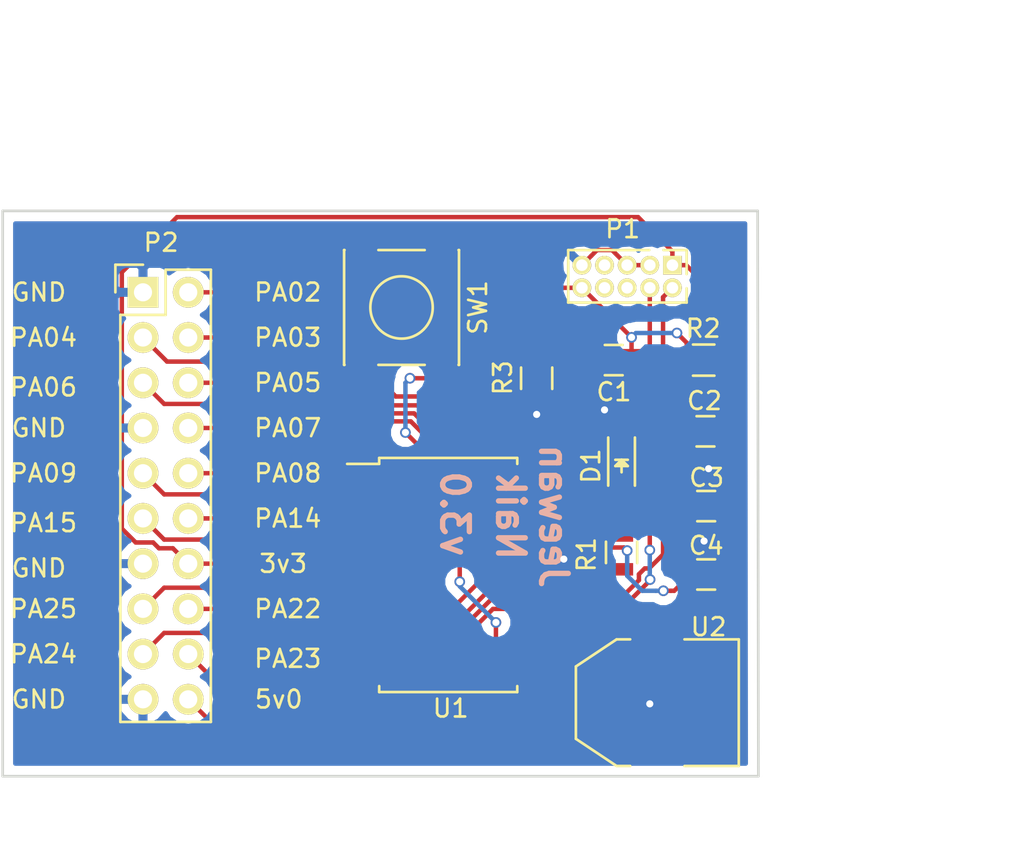
<source format=kicad_pcb>
(kicad_pcb (version 4) (host pcbnew 4.0.1-stable)

  (general
    (links 48)
    (no_connects 0)
    (area 94.327834 78.355615 151.140363 125.909154)
    (thickness 1.6)
    (drawings 28)
    (tracks 214)
    (zones 0)
    (modules 13)
    (nets 24)
  )

  (page A4)
  (layers
    (0 F.Cu signal)
    (31 B.Cu signal)
    (32 B.Adhes user)
    (33 F.Adhes user)
    (34 B.Paste user)
    (35 F.Paste user)
    (36 B.SilkS user)
    (37 F.SilkS user)
    (38 B.Mask user)
    (39 F.Mask user)
    (40 Dwgs.User user)
    (41 Cmts.User user)
    (42 Eco1.User user)
    (43 Eco2.User user)
    (44 Edge.Cuts user)
    (45 Margin user)
    (46 B.CrtYd user)
    (47 F.CrtYd user)
    (48 B.Fab user)
    (49 F.Fab user)
  )

  (setup
    (last_trace_width 0.25)
    (trace_clearance 0.2)
    (zone_clearance 0.508)
    (zone_45_only no)
    (trace_min 0.2)
    (segment_width 0.2)
    (edge_width 0.15)
    (via_size 0.6)
    (via_drill 0.4)
    (via_min_size 0.4)
    (via_min_drill 0.3)
    (uvia_size 0.3)
    (uvia_drill 0.1)
    (uvias_allowed no)
    (uvia_min_size 0.2)
    (uvia_min_drill 0.1)
    (pcb_text_width 0.3)
    (pcb_text_size 1.5 1.5)
    (mod_edge_width 0.15)
    (mod_text_size 1 1)
    (mod_text_width 0.15)
    (pad_size 1.524 1.524)
    (pad_drill 0.762)
    (pad_to_mask_clearance 0.2)
    (aux_axis_origin 0 0)
    (visible_elements FFFFEF7F)
    (pcbplotparams
      (layerselection 0x010f0_80000001)
      (usegerberextensions true)
      (excludeedgelayer true)
      (linewidth 0.100000)
      (plotframeref false)
      (viasonmask false)
      (mode 1)
      (useauxorigin false)
      (hpglpennumber 1)
      (hpglpenspeed 20)
      (hpglpendiameter 15)
      (hpglpenoverlay 2)
      (psnegative false)
      (psa4output false)
      (plotreference true)
      (plotvalue true)
      (plotinvisibletext false)
      (padsonsilk false)
      (subtractmaskfromsilk false)
      (outputformat 1)
      (mirror false)
      (drillshape 0)
      (scaleselection 1)
      (outputdirectory ClaremontHL/))
  )

  (net 0 "")
  (net 1 GND)
  (net 2 /nReset)
  (net 3 /5v0)
  (net 4 /3v3)
  (net 5 "Net-(D1-Pad2)")
  (net 6 /SWDIO)
  (net 7 /SWCLK)
  (net 8 /PA23-SCL)
  (net 9 /PA22-SDA)
  (net 10 /PA16-ULED1)
  (net 11 /PA15-AIN7)
  (net 12 /PA14-AIN6)
  (net 13 /PA09-RX)
  (net 14 /PA08-TX)
  (net 15 /PA07-AIN5)
  (net 16 /PA06-AIN4)
  (net 17 /PA05-AIN3)
  (net 18 /PA04-AIN2)
  (net 19 /PA03-AIN1)
  (net 20 /PA02-AIN0)
  (net 21 "Net-(R3-Pad1)")
  (net 22 /PA25)
  (net 23 /PA24)

  (net_class Default "This is the default net class."
    (clearance 0.2)
    (trace_width 0.25)
    (via_dia 0.6)
    (via_drill 0.4)
    (uvia_dia 0.3)
    (uvia_drill 0.1)
    (add_net /3v3)
    (add_net /5v0)
    (add_net /PA02-AIN0)
    (add_net /PA03-AIN1)
    (add_net /PA04-AIN2)
    (add_net /PA05-AIN3)
    (add_net /PA06-AIN4)
    (add_net /PA07-AIN5)
    (add_net /PA08-TX)
    (add_net /PA09-RX)
    (add_net /PA14-AIN6)
    (add_net /PA15-AIN7)
    (add_net /PA16-ULED1)
    (add_net /PA22-SDA)
    (add_net /PA23-SCL)
    (add_net /PA24)
    (add_net /PA25)
    (add_net /SWCLK)
    (add_net /SWDIO)
    (add_net /nReset)
    (add_net GND)
    (add_net "Net-(D1-Pad2)")
    (add_net "Net-(R3-Pad1)")
  )

  (module Housings_SOIC:SOIC-20_7.5x12.8mm_Pitch1.27mm (layer F.Cu) (tedit 56A8AB71) (tstamp 56A8A724)
    (at 119.410835 110.297487)
    (descr "20-Lead Plastic Small Outline (SO) - Wide, 7.50 mm Body [SOIC] (see Microchip Packaging Specification 00000049BS.pdf)")
    (tags "SOIC 1.27")
    (path /56A89BE3)
    (attr smd)
    (fp_text reference U1 (at 0.138 7.49) (layer F.SilkS)
      (effects (font (size 1 1) (thickness 0.15)))
    )
    (fp_text value uC_ATSAMD11D14A-SS (at 0 7.5) (layer F.Fab)
      (effects (font (size 1 1) (thickness 0.15)))
    )
    (fp_line (start -5.95 -6.75) (end -5.95 6.75) (layer F.CrtYd) (width 0.05))
    (fp_line (start 5.95 -6.75) (end 5.95 6.75) (layer F.CrtYd) (width 0.05))
    (fp_line (start -5.95 -6.75) (end 5.95 -6.75) (layer F.CrtYd) (width 0.05))
    (fp_line (start -5.95 6.75) (end 5.95 6.75) (layer F.CrtYd) (width 0.05))
    (fp_line (start -3.875 -6.575) (end -3.875 -6.24) (layer F.SilkS) (width 0.15))
    (fp_line (start 3.875 -6.575) (end 3.875 -6.24) (layer F.SilkS) (width 0.15))
    (fp_line (start 3.875 6.575) (end 3.875 6.24) (layer F.SilkS) (width 0.15))
    (fp_line (start -3.875 6.575) (end -3.875 6.24) (layer F.SilkS) (width 0.15))
    (fp_line (start -3.875 -6.575) (end 3.875 -6.575) (layer F.SilkS) (width 0.15))
    (fp_line (start -3.875 6.575) (end 3.875 6.575) (layer F.SilkS) (width 0.15))
    (fp_line (start -3.875 -6.24) (end -5.675 -6.24) (layer F.SilkS) (width 0.15))
    (pad 1 smd rect (at -4.7 -5.715) (size 1.95 0.6) (layers F.Cu F.Paste F.Mask)
      (net 17 /PA05-AIN3))
    (pad 2 smd rect (at -4.7 -4.445) (size 1.95 0.6) (layers F.Cu F.Paste F.Mask)
      (net 16 /PA06-AIN4))
    (pad 3 smd rect (at -4.7 -3.175) (size 1.95 0.6) (layers F.Cu F.Paste F.Mask)
      (net 15 /PA07-AIN5))
    (pad 4 smd rect (at -4.7 -1.905) (size 1.95 0.6) (layers F.Cu F.Paste F.Mask)
      (net 14 /PA08-TX))
    (pad 5 smd rect (at -4.7 -0.635) (size 1.95 0.6) (layers F.Cu F.Paste F.Mask)
      (net 13 /PA09-RX))
    (pad 6 smd rect (at -4.7 0.635) (size 1.95 0.6) (layers F.Cu F.Paste F.Mask)
      (net 12 /PA14-AIN6))
    (pad 7 smd rect (at -4.7 1.905) (size 1.95 0.6) (layers F.Cu F.Paste F.Mask)
      (net 11 /PA15-AIN7))
    (pad 8 smd rect (at -4.7 3.175) (size 1.95 0.6) (layers F.Cu F.Paste F.Mask)
      (net 10 /PA16-ULED1))
    (pad 9 smd rect (at -4.7 4.445) (size 1.95 0.6) (layers F.Cu F.Paste F.Mask)
      (net 9 /PA22-SDA))
    (pad 10 smd rect (at -4.7 5.715) (size 1.95 0.6) (layers F.Cu F.Paste F.Mask)
      (net 8 /PA23-SCL))
    (pad 11 smd rect (at 4.7 5.715) (size 1.95 0.6) (layers F.Cu F.Paste F.Mask)
      (net 2 /nReset))
    (pad 12 smd rect (at 4.7 4.445) (size 1.95 0.6) (layers F.Cu F.Paste F.Mask)
      (net 7 /SWCLK))
    (pad 13 smd rect (at 4.7 3.175) (size 1.95 0.6) (layers F.Cu F.Paste F.Mask)
      (net 6 /SWDIO))
    (pad 14 smd rect (at 4.7 1.905) (size 1.95 0.6) (layers F.Cu F.Paste F.Mask)
      (net 23 /PA24))
    (pad 15 smd rect (at 4.7 0.635) (size 1.95 0.6) (layers F.Cu F.Paste F.Mask)
      (net 22 /PA25))
    (pad 16 smd rect (at 4.7 -0.635) (size 1.95 0.6) (layers F.Cu F.Paste F.Mask)
      (net 1 GND))
    (pad 17 smd rect (at 4.7 -1.905) (size 1.95 0.6) (layers F.Cu F.Paste F.Mask)
      (net 4 /3v3))
    (pad 18 smd rect (at 4.7 -3.175) (size 1.95 0.6) (layers F.Cu F.Paste F.Mask)
      (net 18 /PA04-AIN2))
    (pad 19 smd rect (at 4.7 -4.445) (size 1.95 0.6) (layers F.Cu F.Paste F.Mask)
      (net 19 /PA03-AIN1))
    (pad 20 smd rect (at 4.7 -5.715) (size 1.95 0.6) (layers F.Cu F.Paste F.Mask)
      (net 20 /PA02-AIN0))
    (model Housings_SOIC.3dshapes/SOIC-20_7.5x12.8mm_Pitch1.27mm.wrl
      (at (xyz 0 0 0))
      (scale (xyz 1 1 1))
      (rotate (xyz 0 0 0))
    )
  )

  (module Capacitors_SMD:C_0805 (layer F.Cu) (tedit 578864FF) (tstamp 56A8A688)
    (at 128.700835 98.227487 180)
    (descr "Capacitor SMD 0805, reflow soldering, AVX (see smccp.pdf)")
    (tags "capacitor 0805")
    (path /56A89F6B)
    (attr smd)
    (fp_text reference C1 (at -0.01 -1.79 180) (layer F.SilkS)
      (effects (font (size 1 1) (thickness 0.15)))
    )
    (fp_text value .1μF (at 0 2.1 180) (layer F.Fab)
      (effects (font (size 1 1) (thickness 0.15)))
    )
    (fp_line (start -1.8 -1) (end 1.8 -1) (layer F.CrtYd) (width 0.05))
    (fp_line (start -1.8 1) (end 1.8 1) (layer F.CrtYd) (width 0.05))
    (fp_line (start -1.8 -1) (end -1.8 1) (layer F.CrtYd) (width 0.05))
    (fp_line (start 1.8 -1) (end 1.8 1) (layer F.CrtYd) (width 0.05))
    (fp_line (start 0.5 -0.85) (end -0.5 -0.85) (layer F.SilkS) (width 0.15))
    (fp_line (start -0.5 0.85) (end 0.5 0.85) (layer F.SilkS) (width 0.15))
    (pad 1 smd rect (at -1 0 180) (size 1 1.25) (layers F.Cu F.Paste F.Mask)
      (net 2 /nReset))
    (pad 2 smd rect (at 1 0 180) (size 1 1.25) (layers F.Cu F.Paste F.Mask)
      (net 1 GND))
    (model Capacitors_SMD.3dshapes/C_0805.wrl
      (at (xyz 0 0 0))
      (scale (xyz 1 1 1))
      (rotate (xyz 0 0 0))
    )
  )

  (module Capacitors_SMD:C_0805 (layer F.Cu) (tedit 57282869) (tstamp 56A8A68E)
    (at 133.850835 102.227487 180)
    (descr "Capacitor SMD 0805, reflow soldering, AVX (see smccp.pdf)")
    (tags "capacitor 0805")
    (path /56A89DB0)
    (attr smd)
    (fp_text reference C2 (at 0.05724 1.712 180) (layer F.SilkS)
      (effects (font (size 1 1) (thickness 0.15)))
    )
    (fp_text value 0.1µF (at 1.27 1.905 180) (layer F.Fab)
      (effects (font (size 1 1) (thickness 0.15)))
    )
    (fp_line (start -1.8 -1) (end 1.8 -1) (layer F.CrtYd) (width 0.05))
    (fp_line (start -1.8 1) (end 1.8 1) (layer F.CrtYd) (width 0.05))
    (fp_line (start -1.8 -1) (end -1.8 1) (layer F.CrtYd) (width 0.05))
    (fp_line (start 1.8 -1) (end 1.8 1) (layer F.CrtYd) (width 0.05))
    (fp_line (start 0.5 -0.85) (end -0.5 -0.85) (layer F.SilkS) (width 0.15))
    (fp_line (start -0.5 0.85) (end 0.5 0.85) (layer F.SilkS) (width 0.15))
    (pad 1 smd rect (at -1 0 180) (size 1 1.25) (layers F.Cu F.Paste F.Mask)
      (net 1 GND))
    (pad 2 smd rect (at 1 0 180) (size 1 1.25) (layers F.Cu F.Paste F.Mask)
      (net 4 /3v3))
    (model Capacitors_SMD.3dshapes/C_0805.wrl
      (at (xyz 0 0 0))
      (scale (xyz 1 1 1))
      (rotate (xyz 0 0 0))
    )
  )

  (module Capacitors_SMD:C_0805 (layer F.Cu) (tedit 5728286D) (tstamp 56A8A694)
    (at 133.890835 106.427487 180)
    (descr "Capacitor SMD 0805, reflow soldering, AVX (see smccp.pdf)")
    (tags "capacitor 0805")
    (path /56A8BC03)
    (attr smd)
    (fp_text reference C3 (at -0.025 1.594 180) (layer F.SilkS)
      (effects (font (size 1 1) (thickness 0.15)))
    )
    (fp_text value 10µF (at 0 2.1 180) (layer F.Fab)
      (effects (font (size 1 1) (thickness 0.15)))
    )
    (fp_line (start -1.8 -1) (end 1.8 -1) (layer F.CrtYd) (width 0.05))
    (fp_line (start -1.8 1) (end 1.8 1) (layer F.CrtYd) (width 0.05))
    (fp_line (start -1.8 -1) (end -1.8 1) (layer F.CrtYd) (width 0.05))
    (fp_line (start 1.8 -1) (end 1.8 1) (layer F.CrtYd) (width 0.05))
    (fp_line (start 0.5 -0.85) (end -0.5 -0.85) (layer F.SilkS) (width 0.15))
    (fp_line (start -0.5 0.85) (end 0.5 0.85) (layer F.SilkS) (width 0.15))
    (pad 1 smd rect (at -1 0 180) (size 1 1.25) (layers F.Cu F.Paste F.Mask)
      (net 3 /5v0))
    (pad 2 smd rect (at 1 0 180) (size 1 1.25) (layers F.Cu F.Paste F.Mask)
      (net 1 GND))
    (model Capacitors_SMD.3dshapes/C_0805.wrl
      (at (xyz 0 0 0))
      (scale (xyz 1 1 1))
      (rotate (xyz 0 0 0))
    )
  )

  (module Capacitors_SMD:C_0805 (layer F.Cu) (tedit 57282874) (tstamp 56A8A69A)
    (at 133.890835 110.267487)
    (descr "Capacitor SMD 0805, reflow soldering, AVX (see smccp.pdf)")
    (tags "capacitor 0805")
    (path /56A8BC5E)
    (attr smd)
    (fp_text reference C4 (at 0 -1.624) (layer F.SilkS)
      (effects (font (size 1 1) (thickness 0.15)))
    )
    (fp_text value 10µF (at 0 2.1) (layer F.Fab)
      (effects (font (size 1 1) (thickness 0.15)))
    )
    (fp_line (start -1.8 -1) (end 1.8 -1) (layer F.CrtYd) (width 0.05))
    (fp_line (start -1.8 1) (end 1.8 1) (layer F.CrtYd) (width 0.05))
    (fp_line (start -1.8 -1) (end -1.8 1) (layer F.CrtYd) (width 0.05))
    (fp_line (start 1.8 -1) (end 1.8 1) (layer F.CrtYd) (width 0.05))
    (fp_line (start 0.5 -0.85) (end -0.5 -0.85) (layer F.SilkS) (width 0.15))
    (fp_line (start -0.5 0.85) (end 0.5 0.85) (layer F.SilkS) (width 0.15))
    (pad 1 smd rect (at -1 0) (size 1 1.25) (layers F.Cu F.Paste F.Mask)
      (net 4 /3v3))
    (pad 2 smd rect (at 1 0) (size 1 1.25) (layers F.Cu F.Paste F.Mask)
      (net 1 GND))
    (model Capacitors_SMD.3dshapes/C_0805.wrl
      (at (xyz 0 0 0))
      (scale (xyz 1 1 1))
      (rotate (xyz 0 0 0))
    )
  )

  (module LEDs:LED_0805 (layer F.Cu) (tedit 56A8BC4F) (tstamp 56A8A6A6)
    (at 129.140835 104.176507 270)
    (descr "LED 0805 smd package")
    (tags "LED 0805 SMD")
    (path /56A8A446)
    (attr smd)
    (fp_text reference D1 (at 0 1.718 270) (layer F.SilkS)
      (effects (font (size 1 1) (thickness 0.15)))
    )
    (fp_text value ULED1 (at 0 1.75 270) (layer F.Fab)
      (effects (font (size 1 1) (thickness 0.15)))
    )
    (fp_line (start -1.6 0.75) (end 1.1 0.75) (layer F.SilkS) (width 0.15))
    (fp_line (start -1.6 -0.75) (end 1.1 -0.75) (layer F.SilkS) (width 0.15))
    (fp_line (start -0.1 0.15) (end -0.1 -0.1) (layer F.SilkS) (width 0.15))
    (fp_line (start -0.1 -0.1) (end -0.25 0.05) (layer F.SilkS) (width 0.15))
    (fp_line (start -0.35 -0.35) (end -0.35 0.35) (layer F.SilkS) (width 0.15))
    (fp_line (start 0 0) (end 0.35 0) (layer F.SilkS) (width 0.15))
    (fp_line (start -0.35 0) (end 0 -0.35) (layer F.SilkS) (width 0.15))
    (fp_line (start 0 -0.35) (end 0 0.35) (layer F.SilkS) (width 0.15))
    (fp_line (start 0 0.35) (end -0.35 0) (layer F.SilkS) (width 0.15))
    (fp_line (start 1.9 -0.95) (end 1.9 0.95) (layer F.CrtYd) (width 0.05))
    (fp_line (start 1.9 0.95) (end -1.9 0.95) (layer F.CrtYd) (width 0.05))
    (fp_line (start -1.9 0.95) (end -1.9 -0.95) (layer F.CrtYd) (width 0.05))
    (fp_line (start -1.9 -0.95) (end 1.9 -0.95) (layer F.CrtYd) (width 0.05))
    (pad 2 smd rect (at 1.04902 0 90) (size 1.19888 1.19888) (layers F.Cu F.Paste F.Mask)
      (net 5 "Net-(D1-Pad2)"))
    (pad 1 smd rect (at -1.04902 0 90) (size 1.19888 1.19888) (layers F.Cu F.Paste F.Mask)
      (net 1 GND))
    (model LEDs.3dshapes/LED_0805.wrl
      (at (xyz 0 0 0))
      (scale (xyz 1 1 1))
      (rotate (xyz 0 0 0))
    )
  )

  (module Resistors_SMD:R_0805 (layer F.Cu) (tedit 5788644F) (tstamp 56A8A6E4)
    (at 129.140835 109.027487 270)
    (descr "Resistor SMD 0805, reflow soldering, Vishay (see dcrcw.pdf)")
    (tags "resistor 0805")
    (path /56A8A348)
    (attr smd)
    (fp_text reference R1 (at 0.124 1.972 270) (layer F.SilkS)
      (effects (font (size 1 1) (thickness 0.15)))
    )
    (fp_text value 330R (at 0 2.1 270) (layer F.Fab)
      (effects (font (size 1 1) (thickness 0.15)))
    )
    (fp_line (start -1.6 -1) (end 1.6 -1) (layer F.CrtYd) (width 0.05))
    (fp_line (start -1.6 1) (end 1.6 1) (layer F.CrtYd) (width 0.05))
    (fp_line (start -1.6 -1) (end -1.6 1) (layer F.CrtYd) (width 0.05))
    (fp_line (start 1.6 -1) (end 1.6 1) (layer F.CrtYd) (width 0.05))
    (fp_line (start 0.6 0.875) (end -0.6 0.875) (layer F.SilkS) (width 0.15))
    (fp_line (start -0.6 -0.875) (end 0.6 -0.875) (layer F.SilkS) (width 0.15))
    (pad 1 smd rect (at -0.95 0 270) (size 0.7 1.3) (layers F.Cu F.Paste F.Mask)
      (net 5 "Net-(D1-Pad2)"))
    (pad 2 smd rect (at 0.95 0 270) (size 0.7 1.3) (layers F.Cu F.Paste F.Mask)
      (net 10 /PA16-ULED1))
    (model Resistors_SMD.3dshapes/R_0805.wrl
      (at (xyz 0 0 0))
      (scale (xyz 1 1 1))
      (rotate (xyz 0 0 0))
    )
  )

  (module Resistors_SMD:R_0805 (layer F.Cu) (tedit 57886531) (tstamp 56A8A6EA)
    (at 133.750835 98.227487 180)
    (descr "Resistor SMD 0805, reflow soldering, Vishay (see dcrcw.pdf)")
    (tags "resistor 0805")
    (path /56A89CB1)
    (attr smd)
    (fp_text reference R2 (at 0.03 1.776 180) (layer F.SilkS)
      (effects (font (size 1 1) (thickness 0.15)))
    )
    (fp_text value 4.7kR (at 0 2.1 180) (layer F.Fab)
      (effects (font (size 1 1) (thickness 0.15)))
    )
    (fp_line (start -1.6 -1) (end 1.6 -1) (layer F.CrtYd) (width 0.05))
    (fp_line (start -1.6 1) (end 1.6 1) (layer F.CrtYd) (width 0.05))
    (fp_line (start -1.6 -1) (end -1.6 1) (layer F.CrtYd) (width 0.05))
    (fp_line (start 1.6 -1) (end 1.6 1) (layer F.CrtYd) (width 0.05))
    (fp_line (start 0.6 0.875) (end -0.6 0.875) (layer F.SilkS) (width 0.15))
    (fp_line (start -0.6 -0.875) (end 0.6 -0.875) (layer F.SilkS) (width 0.15))
    (pad 1 smd rect (at -0.95 0 180) (size 0.7 1.3) (layers F.Cu F.Paste F.Mask)
      (net 4 /3v3))
    (pad 2 smd rect (at 0.95 0 180) (size 0.7 1.3) (layers F.Cu F.Paste F.Mask)
      (net 2 /nReset))
    (model Resistors_SMD.3dshapes/R_0805.wrl
      (at (xyz 0 0 0))
      (scale (xyz 1 1 1))
      (rotate (xyz 0 0 0))
    )
  )

  (module Resistors_SMD:R_0805 (layer F.Cu) (tedit 5788651F) (tstamp 56A8A6F0)
    (at 124.374835 99.245487 270)
    (descr "Resistor SMD 0805, reflow soldering, Vishay (see dcrcw.pdf)")
    (tags "resistor 0805")
    (path /56A8A143)
    (attr smd)
    (fp_text reference R3 (at -0.02388 1.90056 270) (layer F.SilkS)
      (effects (font (size 1 1) (thickness 0.15)))
    )
    (fp_text value 330R (at 0.45112 2.00056 270) (layer F.Fab)
      (effects (font (size 1 1) (thickness 0.15)))
    )
    (fp_line (start -1.6 -1) (end 1.6 -1) (layer F.CrtYd) (width 0.05))
    (fp_line (start -1.6 1) (end 1.6 1) (layer F.CrtYd) (width 0.05))
    (fp_line (start -1.6 -1) (end -1.6 1) (layer F.CrtYd) (width 0.05))
    (fp_line (start 1.6 -1) (end 1.6 1) (layer F.CrtYd) (width 0.05))
    (fp_line (start 0.6 0.875) (end -0.6 0.875) (layer F.SilkS) (width 0.15))
    (fp_line (start -0.6 -0.875) (end 0.6 -0.875) (layer F.SilkS) (width 0.15))
    (pad 1 smd rect (at -0.95 0 270) (size 0.7 1.3) (layers F.Cu F.Paste F.Mask)
      (net 21 "Net-(R3-Pad1)"))
    (pad 2 smd rect (at 0.95 0 270) (size 0.7 1.3) (layers F.Cu F.Paste F.Mask)
      (net 1 GND))
    (model Resistors_SMD.3dshapes/R_0805.wrl
      (at (xyz 0 0 0))
      (scale (xyz 1 1 1))
      (rotate (xyz 0 0 0))
    )
  )

  (module TO_SOT_Packages_SMD:SOT-223 (layer F.Cu) (tedit 572828A7) (tstamp 56A8A72C)
    (at 131.148835 117.467487 90)
    (descr "module CMS SOT223 4 pins")
    (tags "CMS SOT")
    (path /56A89B80)
    (attr smd)
    (fp_text reference U2 (at 4.252 2.878 360) (layer F.SilkS)
      (effects (font (size 1 1) (thickness 0.15)))
    )
    (fp_text value LDO-TL1963-SOT223 (at 0 0.762 90) (layer F.Fab)
      (effects (font (size 1 1) (thickness 0.15)))
    )
    (fp_line (start -3.556 1.524) (end -3.556 4.572) (layer F.SilkS) (width 0.15))
    (fp_line (start -3.556 4.572) (end 3.556 4.572) (layer F.SilkS) (width 0.15))
    (fp_line (start 3.556 4.572) (end 3.556 1.524) (layer F.SilkS) (width 0.15))
    (fp_line (start -3.556 -1.524) (end -3.556 -2.286) (layer F.SilkS) (width 0.15))
    (fp_line (start -3.556 -2.286) (end -2.032 -4.572) (layer F.SilkS) (width 0.15))
    (fp_line (start -2.032 -4.572) (end 2.032 -4.572) (layer F.SilkS) (width 0.15))
    (fp_line (start 2.032 -4.572) (end 3.556 -2.286) (layer F.SilkS) (width 0.15))
    (fp_line (start 3.556 -2.286) (end 3.556 -1.524) (layer F.SilkS) (width 0.15))
    (pad 4 smd rect (at 0 -3.302 90) (size 3.6576 2.032) (layers F.Cu F.Paste F.Mask)
      (net 1 GND))
    (pad 2 smd rect (at 0 3.302 90) (size 1.016 2.032) (layers F.Cu F.Paste F.Mask)
      (net 1 GND))
    (pad 3 smd rect (at 2.286 3.302 90) (size 1.016 2.032) (layers F.Cu F.Paste F.Mask)
      (net 4 /3v3))
    (pad 1 smd rect (at -2.286 3.302 90) (size 1.016 2.032) (layers F.Cu F.Paste F.Mask)
      (net 3 /5v0))
    (model TO_SOT_Packages_SMD.3dshapes/SOT-223.wrl
      (at (xyz 0 0 0))
      (scale (xyz 0.4 0.4 0.4))
      (rotate (xyz 0 0 0))
    )
  )

  (module Pin_Headers:Pin_Header_Straight_2x05_Pitch1.27mm (layer F.Cu) (tedit 555DD4BF) (tstamp 56AA00E4)
    (at 131.994835 92.895487 270)
    (descr "Through hole pin header, pitch 1.27mm")
    (tags "pin header")
    (path /56A8A199)
    (fp_text reference P1 (at -2.032 2.794 360) (layer F.SilkS)
      (effects (font (size 1 1) (thickness 0.15)))
    )
    (fp_text value JTAG (at 0 6.9 270) (layer F.Fab)
      (effects (font (size 1 1) (thickness 0.15)))
    )
    (fp_line (start 2.1 -0.8) (end 1.3 -0.8) (layer F.SilkS) (width 0.15))
    (fp_line (start 2.1 5.85) (end 2.1 -0.8) (layer F.SilkS) (width 0.15))
    (fp_line (start 2.1 5.85) (end -0.85 5.85) (layer F.SilkS) (width 0.15))
    (fp_line (start -1.1 -1.05) (end -1.1 6.1) (layer F.CrtYd) (width 0.05))
    (fp_line (start 2.35 -1.05) (end 2.35 6.1) (layer F.CrtYd) (width 0.05))
    (fp_line (start -1.1 -1.05) (end 2.35 -1.05) (layer F.CrtYd) (width 0.05))
    (fp_line (start -1.1 6.1) (end 2.35 6.1) (layer F.CrtYd) (width 0.05))
    (fp_line (start -0.85 5.85) (end -0.85 1.3) (layer F.SilkS) (width 0.15))
    (fp_line (start 0.5 -0.8) (end -0.85 -0.8) (layer F.SilkS) (width 0.15))
    (fp_line (start -0.85 -0.8) (end -0.85 0.5) (layer F.SilkS) (width 0.15))
    (pad 1 thru_hole rect (at 0 0 270) (size 1.05 1.05) (drill 0.65) (layers *.Cu *.Mask F.SilkS)
      (net 4 /3v3))
    (pad 3 thru_hole circle (at 0 1.27 270) (size 1.05 1.05) (drill 0.65) (layers *.Cu *.Mask F.SilkS)
      (net 1 GND))
    (pad 5 thru_hole circle (at 0 2.54 270) (size 1.05 1.05) (drill 0.65) (layers *.Cu *.Mask F.SilkS)
      (net 1 GND))
    (pad 7 thru_hole circle (at 0 3.81 270) (size 1.05 1.05) (drill 0.65) (layers *.Cu *.Mask F.SilkS))
    (pad 9 thru_hole circle (at 0 5.08 270) (size 1.05 1.05) (drill 0.65) (layers *.Cu *.Mask F.SilkS)
      (net 1 GND))
    (pad 4 thru_hole circle (at 1.27 1.27 270) (size 1.05 1.05) (drill 0.65) (layers *.Cu *.Mask F.SilkS)
      (net 7 /SWCLK))
    (pad 6 thru_hole circle (at 1.27 2.54 270) (size 1.05 1.05) (drill 0.65) (layers *.Cu *.Mask F.SilkS))
    (pad 8 thru_hole circle (at 1.27 3.81 270) (size 1.05 1.05) (drill 0.65) (layers *.Cu *.Mask F.SilkS))
    (pad 10 thru_hole circle (at 1.27 5.08 270) (size 1.05 1.05) (drill 0.65) (layers *.Cu *.Mask F.SilkS)
      (net 2 /nReset))
    (pad 2 thru_hole circle (at 1.27 0 270) (size 1.05 1.05) (drill 0.65) (layers *.Cu *.Mask F.SilkS)
      (net 6 /SWDIO))
  )

  (module Buttons_Switches_SMD:SW_SPST_PTS645 (layer F.Cu) (tedit 56E05A10) (tstamp 57281C13)
    (at 116.790835 95.270487 270)
    (descr "C&K Components SPST SMD PTS645 Series 6mm Tact Switch")
    (tags "SPST Button Switch")
    (path /56A8A08B)
    (attr smd)
    (fp_text reference SW1 (at 0 -4.282 270) (layer F.SilkS)
      (effects (font (size 1 1) (thickness 0.15)))
    )
    (fp_text value Reset (at 0 4.15 270) (layer F.Fab)
      (effects (font (size 1 1) (thickness 0.15)))
    )
    (fp_circle (center 0 0) (end 1.75 -0.05) (layer F.SilkS) (width 0.15))
    (fp_line (start 5.05 3.4) (end 5.05 -3.4) (layer F.CrtYd) (width 0.05))
    (fp_line (start -5.05 -3.4) (end -5.05 3.4) (layer F.CrtYd) (width 0.05))
    (fp_line (start -5.05 3.4) (end 5.05 3.4) (layer F.CrtYd) (width 0.05))
    (fp_line (start -5.05 -3.4) (end 5.05 -3.4) (layer F.CrtYd) (width 0.05))
    (fp_line (start 3.225 -3.225) (end 3.225 -3.2) (layer F.SilkS) (width 0.15))
    (fp_line (start 3.225 3.225) (end 3.225 3.2) (layer F.SilkS) (width 0.15))
    (fp_line (start -3.225 3.225) (end -3.225 3.2) (layer F.SilkS) (width 0.15))
    (fp_line (start -3.225 -3.2) (end -3.225 -3.225) (layer F.SilkS) (width 0.15))
    (fp_line (start 3.225 -1.3) (end 3.225 1.3) (layer F.SilkS) (width 0.15))
    (fp_line (start -3.225 -3.225) (end 3.225 -3.225) (layer F.SilkS) (width 0.15))
    (fp_line (start -3.225 -1.3) (end -3.225 1.3) (layer F.SilkS) (width 0.15))
    (fp_line (start -3.225 3.225) (end 3.225 3.225) (layer F.SilkS) (width 0.15))
    (pad 2 smd rect (at -3.975 2.25 270) (size 1.55 1.3) (layers F.Cu F.Paste F.Mask)
      (net 21 "Net-(R3-Pad1)"))
    (pad 1 smd rect (at -3.975 -2.25 270) (size 1.55 1.3) (layers F.Cu F.Paste F.Mask)
      (net 2 /nReset))
    (pad 1 smd rect (at 3.975 -2.25 270) (size 1.55 1.3) (layers F.Cu F.Paste F.Mask)
      (net 2 /nReset))
    (pad 2 smd rect (at 3.975 2.25 270) (size 1.55 1.3) (layers F.Cu F.Paste F.Mask)
      (net 21 "Net-(R3-Pad1)"))
  )

  (module Pin_Headers:Pin_Header_Straight_2x10 (layer F.Cu) (tedit 0) (tstamp 5773672C)
    (at 102.276835 94.419487)
    (descr "Through hole pin header")
    (tags "pin header")
    (path /5773A1D1)
    (fp_text reference P2 (at 1.016 -2.794) (layer F.SilkS)
      (effects (font (size 1 1) (thickness 0.15)))
    )
    (fp_text value CONN_02X10 (at 1.524 25.908) (layer F.Fab)
      (effects (font (size 1 1) (thickness 0.15)))
    )
    (fp_line (start -1.75 -1.75) (end -1.75 24.65) (layer F.CrtYd) (width 0.05))
    (fp_line (start 4.3 -1.75) (end 4.3 24.65) (layer F.CrtYd) (width 0.05))
    (fp_line (start -1.75 -1.75) (end 4.3 -1.75) (layer F.CrtYd) (width 0.05))
    (fp_line (start -1.75 24.65) (end 4.3 24.65) (layer F.CrtYd) (width 0.05))
    (fp_line (start 3.81 24.13) (end 3.81 -1.27) (layer F.SilkS) (width 0.15))
    (fp_line (start -1.27 1.27) (end -1.27 24.13) (layer F.SilkS) (width 0.15))
    (fp_line (start 3.81 24.13) (end -1.27 24.13) (layer F.SilkS) (width 0.15))
    (fp_line (start 3.81 -1.27) (end 1.27 -1.27) (layer F.SilkS) (width 0.15))
    (fp_line (start 0 -1.55) (end -1.55 -1.55) (layer F.SilkS) (width 0.15))
    (fp_line (start 1.27 -1.27) (end 1.27 1.27) (layer F.SilkS) (width 0.15))
    (fp_line (start 1.27 1.27) (end -1.27 1.27) (layer F.SilkS) (width 0.15))
    (fp_line (start -1.55 -1.55) (end -1.55 0) (layer F.SilkS) (width 0.15))
    (pad 1 thru_hole rect (at 0 0) (size 1.7272 1.7272) (drill 1.016) (layers *.Cu *.Mask F.SilkS)
      (net 1 GND))
    (pad 2 thru_hole oval (at 2.54 0) (size 1.7272 1.7272) (drill 1.016) (layers *.Cu *.Mask F.SilkS)
      (net 20 /PA02-AIN0))
    (pad 3 thru_hole oval (at 0 2.54) (size 1.7272 1.7272) (drill 1.016) (layers *.Cu *.Mask F.SilkS)
      (net 18 /PA04-AIN2))
    (pad 4 thru_hole oval (at 2.54 2.54) (size 1.7272 1.7272) (drill 1.016) (layers *.Cu *.Mask F.SilkS)
      (net 19 /PA03-AIN1))
    (pad 5 thru_hole oval (at 0 5.08) (size 1.7272 1.7272) (drill 1.016) (layers *.Cu *.Mask F.SilkS)
      (net 16 /PA06-AIN4))
    (pad 6 thru_hole oval (at 2.54 5.08) (size 1.7272 1.7272) (drill 1.016) (layers *.Cu *.Mask F.SilkS)
      (net 17 /PA05-AIN3))
    (pad 7 thru_hole oval (at 0 7.62) (size 1.7272 1.7272) (drill 1.016) (layers *.Cu *.Mask F.SilkS)
      (net 1 GND))
    (pad 8 thru_hole oval (at 2.54 7.62) (size 1.7272 1.7272) (drill 1.016) (layers *.Cu *.Mask F.SilkS)
      (net 15 /PA07-AIN5))
    (pad 9 thru_hole oval (at 0 10.16) (size 1.7272 1.7272) (drill 1.016) (layers *.Cu *.Mask F.SilkS)
      (net 13 /PA09-RX))
    (pad 10 thru_hole oval (at 2.54 10.16) (size 1.7272 1.7272) (drill 1.016) (layers *.Cu *.Mask F.SilkS)
      (net 14 /PA08-TX))
    (pad 11 thru_hole oval (at 0 12.7) (size 1.7272 1.7272) (drill 1.016) (layers *.Cu *.Mask F.SilkS)
      (net 11 /PA15-AIN7))
    (pad 12 thru_hole oval (at 2.54 12.7) (size 1.7272 1.7272) (drill 1.016) (layers *.Cu *.Mask F.SilkS)
      (net 12 /PA14-AIN6))
    (pad 13 thru_hole oval (at 0 15.24) (size 1.7272 1.7272) (drill 1.016) (layers *.Cu *.Mask F.SilkS)
      (net 1 GND))
    (pad 14 thru_hole oval (at 2.54 15.24) (size 1.7272 1.7272) (drill 1.016) (layers *.Cu *.Mask F.SilkS)
      (net 4 /3v3))
    (pad 15 thru_hole oval (at 0 17.78) (size 1.7272 1.7272) (drill 1.016) (layers *.Cu *.Mask F.SilkS)
      (net 22 /PA25))
    (pad 16 thru_hole oval (at 2.54 17.78) (size 1.7272 1.7272) (drill 1.016) (layers *.Cu *.Mask F.SilkS)
      (net 9 /PA22-SDA))
    (pad 17 thru_hole oval (at 0 20.32) (size 1.7272 1.7272) (drill 1.016) (layers *.Cu *.Mask F.SilkS)
      (net 23 /PA24))
    (pad 18 thru_hole oval (at 2.54 20.32) (size 1.7272 1.7272) (drill 1.016) (layers *.Cu *.Mask F.SilkS)
      (net 8 /PA23-SCL))
    (pad 19 thru_hole oval (at 0 22.86) (size 1.7272 1.7272) (drill 1.016) (layers *.Cu *.Mask F.SilkS)
      (net 1 GND))
    (pad 20 thru_hole oval (at 2.54 22.86) (size 1.7272 1.7272) (drill 1.016) (layers *.Cu *.Mask F.SilkS)
      (net 3 /5v0))
    (model Pin_Headers.3dshapes/Pin_Header_Straight_2x10.wrl
      (at (xyz 0.05 -0.45 0))
      (scale (xyz 1 1 1))
      (rotate (xyz 0 0 90))
    )
  )

  (gr_text PA24 (at 96.688835 114.739487 360) (layer F.SilkS) (tstamp 577369BC)
    (effects (font (size 1 1) (thickness 0.15)))
  )
  (gr_text PA25 (at 96.688835 112.199487 360) (layer F.SilkS) (tstamp 577369BB)
    (effects (font (size 1 1) (thickness 0.15)))
  )
  (gr_text GND (at 96.434835 109.913487 360) (layer F.SilkS) (tstamp 577369B3)
    (effects (font (size 1 1) (thickness 0.15)))
  )
  (gr_text GND (at 96.434835 102.039487 360) (layer F.SilkS) (tstamp 5773699F)
    (effects (font (size 1 1) (thickness 0.15)))
  )
  (dimension 42.373001 (width 0.3) (layer Dwgs.User)
    (gr_text "1.6682 in" (at 115.586979 79.855615 0.0135218) (layer Dwgs.User) (tstamp 57736938)
      (effects (font (size 1.5 1.5) (thickness 0.3)))
    )
    (feature1 (pts (xy 94.402835 89.847487) (xy 94.40016 78.510615)))
    (feature2 (pts (xy 136.775835 89.837487) (xy 136.77316 78.500615)))
    (crossbar (pts (xy 136.773797 81.200615) (xy 94.400797 81.210615)))
    (arrow1a (pts (xy 94.400797 81.210615) (xy 95.527162 80.623928)))
    (arrow1b (pts (xy 94.400797 81.210615) (xy 95.527439 81.79677)))
    (arrow2a (pts (xy 136.773797 81.200615) (xy 135.647155 80.61446)))
    (arrow2b (pts (xy 136.773797 81.200615) (xy 135.647432 81.787302)))
  )
  (dimension 31.761182 (width 0.3) (layer Dwgs.User)
    (gr_text "1.2504 in" (at 145.454648 105.64401 270.4942901) (layer Dwgs.User) (tstamp 5773692A)
      (effects (font (size 1.5 1.5) (thickness 0.3)))
    )
    (feature1 (pts (xy 137.074835 121.597487) (xy 146.941598 121.512364)))
    (feature2 (pts (xy 136.800835 89.837487) (xy 146.667598 89.752364)))
    (crossbar (pts (xy 143.967698 89.775657) (xy 144.241698 121.535657)))
    (arrow1a (pts (xy 144.241698 121.535657) (xy 143.645581 120.414254)))
    (arrow1b (pts (xy 144.241698 121.535657) (xy 144.818379 120.404136)))
    (arrow2a (pts (xy 143.967698 89.775657) (xy 143.391017 90.907178)))
    (arrow2b (pts (xy 143.967698 89.775657) (xy 144.563815 90.89706)))
  )
  (gr_text "Jeewan\nNaik" (at 124.120835 106.992487 270) (layer B.SilkS)
    (effects (font (size 1.5 1.5) (thickness 0.3)) (justify mirror))
  )
  (gr_line (start 94.402835 89.847487) (end 136.780835 89.847487) (angle 90) (layer Edge.Cuts) (width 0.15))
  (gr_line (start 94.402835 121.597487) (end 94.402835 89.847487) (angle 90) (layer Edge.Cuts) (width 0.15))
  (gr_line (start 136.820835 121.597487) (end 94.402835 121.597487) (angle 90) (layer Edge.Cuts) (width 0.15))
  (gr_line (start 136.780835 89.847487) (end 136.820835 121.597487) (angle 90) (layer Edge.Cuts) (width 0.15))
  (gr_text v3.0 (at 119.775835 106.862487 270) (layer B.SilkS)
    (effects (font (size 1.5 1.5) (thickness 0.3)) (justify mirror))
  )
  (gr_text 5v0 (at 109.896835 117.279487 360) (layer F.SilkS)
    (effects (font (size 1 1) (thickness 0.15)))
  )
  (gr_text GND (at 96.434835 117.279487 360) (layer F.SilkS)
    (effects (font (size 1 1) (thickness 0.15)))
  )
  (gr_text PA23 (at 110.404835 114.993487 360) (layer F.SilkS)
    (effects (font (size 1 1) (thickness 0.15)))
  )
  (gr_text PA22 (at 110.404835 112.199487 360) (layer F.SilkS)
    (effects (font (size 1 1) (thickness 0.15)))
  )
  (gr_text 3v3 (at 110.150835 109.659487 360) (layer F.SilkS)
    (effects (font (size 1 1) (thickness 0.15)))
  )
  (gr_text PA14 (at 110.404835 107.119487 360) (layer F.SilkS)
    (effects (font (size 1 1) (thickness 0.15)))
  )
  (gr_text PA15 (at 96.688835 107.373487 360) (layer F.SilkS)
    (effects (font (size 1 1) (thickness 0.15)))
  )
  (gr_text PA09 (at 96.688835 104.579487 360) (layer F.SilkS)
    (effects (font (size 1 1) (thickness 0.15)))
  )
  (gr_text PA08 (at 110.404835 104.579487 360) (layer F.SilkS)
    (effects (font (size 1 1) (thickness 0.15)))
  )
  (gr_text PA07 (at 110.404835 102.039487 360) (layer F.SilkS)
    (effects (font (size 1 1) (thickness 0.15)))
  )
  (gr_text PA06 (at 96.688835 99.753487 360) (layer F.SilkS)
    (effects (font (size 1 1) (thickness 0.15)))
  )
  (gr_text PA05 (at 110.404835 99.499487 360) (layer F.SilkS)
    (effects (font (size 1 1) (thickness 0.15)))
  )
  (gr_text PA04 (at 96.688835 96.959487 360) (layer F.SilkS)
    (effects (font (size 1 1) (thickness 0.15)))
  )
  (gr_text PA03 (at 110.404835 96.959487 360) (layer F.SilkS)
    (effects (font (size 1 1) (thickness 0.15)))
  )
  (gr_text PA02 (at 110.404835 94.419487 360) (layer F.SilkS)
    (effects (font (size 1 1) (thickness 0.15)))
  )
  (gr_text GND (at 96.434835 94.419487 360) (layer F.SilkS)
    (effects (font (size 1 1) (thickness 0.15)))
  )

  (segment (start 124.374835 100.195487) (end 124.374835 101.277487) (width 0.25) (layer F.Cu) (net 1))
  (via (at 124.374835 101.277487) (size 0.6) (drill 0.4) (layers F.Cu B.Cu) (net 1))
  (segment (start 124.110835 109.662487) (end 125.641835 109.662487) (width 0.25) (layer F.Cu) (net 1))
  (segment (start 125.641835 109.662487) (end 125.898835 109.405487) (width 0.25) (layer F.Cu) (net 1))
  (via (at 125.898835 109.405487) (size 0.6) (drill 0.4) (layers F.Cu B.Cu) (net 1))
  (segment (start 127.700835 98.227487) (end 127.700835 100.539487) (width 0.25) (layer F.Cu) (net 1))
  (segment (start 127.700835 100.539487) (end 128.184835 101.023487) (width 0.25) (layer F.Cu) (net 1))
  (segment (start 129.140835 103.127487) (end 129.140835 101.979487) (width 0.25) (layer F.Cu) (net 1))
  (segment (start 129.140835 101.979487) (end 128.184835 101.023487) (width 0.25) (layer F.Cu) (net 1))
  (via (at 128.184835 101.023487) (size 0.6) (drill 0.4) (layers F.Cu B.Cu) (net 1))
  (segment (start 129.454835 92.895487) (end 128.604834 92.045486) (width 0.25) (layer F.Cu) (net 1))
  (segment (start 128.604834 92.045486) (end 127.764836 92.045486) (width 0.25) (layer F.Cu) (net 1))
  (segment (start 127.764836 92.045486) (end 127.439834 92.370488) (width 0.25) (layer F.Cu) (net 1))
  (segment (start 127.439834 92.370488) (end 126.914835 92.895487) (width 0.25) (layer F.Cu) (net 1))
  (segment (start 130.724835 92.895487) (end 129.454835 92.895487) (width 0.25) (layer F.Cu) (net 1))
  (segment (start 132.890835 106.427487) (end 132.890835 105.461487) (width 0.25) (layer F.Cu) (net 1))
  (segment (start 132.890835 105.461487) (end 134.026835 104.325487) (width 0.25) (layer F.Cu) (net 1))
  (segment (start 134.850835 102.227487) (end 134.850835 103.501487) (width 0.25) (layer F.Cu) (net 1))
  (segment (start 134.850835 103.501487) (end 134.026835 104.325487) (width 0.25) (layer F.Cu) (net 1))
  (via (at 134.026835 104.325487) (size 0.6) (drill 0.4) (layers F.Cu B.Cu) (net 1))
  (segment (start 132.890835 106.427487) (end 132.890835 107.507487) (width 0.25) (layer F.Cu) (net 1))
  (segment (start 132.890835 107.507487) (end 133.772835 108.389487) (width 0.25) (layer F.Cu) (net 1))
  (segment (start 134.890835 110.267487) (end 134.890835 109.507487) (width 0.25) (layer F.Cu) (net 1))
  (segment (start 134.890835 109.507487) (end 133.772835 108.389487) (width 0.25) (layer F.Cu) (net 1))
  (via (at 133.772835 108.389487) (size 0.6) (drill 0.4) (layers F.Cu B.Cu) (net 1))
  (segment (start 132.890835 106.552487) (end 132.890835 106.427487) (width 0.25) (layer F.Cu) (net 1))
  (segment (start 127.846835 117.467487) (end 130.658835 117.467487) (width 0.25) (layer F.Cu) (net 1))
  (segment (start 130.658835 117.467487) (end 130.724835 117.533487) (width 0.25) (layer F.Cu) (net 1))
  (segment (start 130.724835 117.533487) (end 130.724835 117.787487) (width 0.25) (layer B.Cu) (net 1))
  (segment (start 134.450835 117.467487) (end 130.790835 117.467487) (width 0.25) (layer F.Cu) (net 1))
  (segment (start 130.790835 117.467487) (end 130.724835 117.533487) (width 0.25) (layer F.Cu) (net 1))
  (via (at 130.724835 117.533487) (size 0.6) (drill 0.4) (layers F.Cu B.Cu) (net 1))
  (segment (start 132.248835 96.705487) (end 129.946835 96.705487) (width 0.25) (layer B.Cu) (net 2))
  (segment (start 129.946835 96.705487) (end 129.700835 96.951487) (width 0.25) (layer B.Cu) (net 2))
  (via (at 129.700835 96.951487) (size 0.6) (drill 0.4) (layers F.Cu B.Cu) (net 2))
  (segment (start 132.800835 98.227487) (end 132.800835 97.257487) (width 0.25) (layer F.Cu) (net 2))
  (segment (start 132.800835 97.257487) (end 132.248835 96.705487) (width 0.25) (layer F.Cu) (net 2))
  (via (at 132.248835 96.705487) (size 0.6) (drill 0.4) (layers F.Cu B.Cu) (net 2))
  (segment (start 117.262835 99.245487) (end 119.040835 99.245487) (width 0.25) (layer F.Cu) (net 2))
  (segment (start 117.008835 102.293487) (end 117.008835 99.499487) (width 0.25) (layer B.Cu) (net 2))
  (segment (start 117.008835 99.499487) (end 117.262835 99.245487) (width 0.25) (layer B.Cu) (net 2))
  (via (at 117.262835 99.245487) (size 0.6) (drill 0.4) (layers F.Cu B.Cu) (net 2))
  (via (at 117.008835 102.293487) (size 0.6) (drill 0.4) (layers F.Cu B.Cu) (net 2))
  (segment (start 120.056835 110.675487) (end 120.056835 105.341487) (width 0.25) (layer F.Cu) (net 2))
  (segment (start 120.056835 105.341487) (end 117.008835 102.293487) (width 0.25) (layer F.Cu) (net 2))
  (segment (start 122.088835 112.961487) (end 120.056835 110.929487) (width 0.25) (layer B.Cu) (net 2))
  (segment (start 120.056835 110.929487) (end 120.056835 110.675487) (width 0.25) (layer B.Cu) (net 2))
  (via (at 120.056835 110.675487) (size 0.6) (drill 0.4) (layers F.Cu B.Cu) (net 2))
  (segment (start 124.110835 116.012487) (end 123.435835 116.012487) (width 0.25) (layer F.Cu) (net 2))
  (segment (start 123.435835 116.012487) (end 122.088835 114.665487) (width 0.25) (layer F.Cu) (net 2))
  (via (at 122.088835 112.961487) (size 0.6) (drill 0.4) (layers F.Cu B.Cu) (net 2))
  (segment (start 122.088835 114.665487) (end 122.088835 112.961487) (width 0.25) (layer F.Cu) (net 2))
  (segment (start 120.138835 94.165487) (end 119.040835 95.263487) (width 0.25) (layer F.Cu) (net 2))
  (segment (start 119.040835 95.263487) (end 119.040835 99.245487) (width 0.25) (layer F.Cu) (net 2))
  (segment (start 120.138835 94.165487) (end 119.040835 93.067487) (width 0.25) (layer F.Cu) (net 2))
  (segment (start 119.040835 93.067487) (end 119.040835 91.295487) (width 0.25) (layer F.Cu) (net 2))
  (segment (start 126.914835 94.165487) (end 120.138835 94.165487) (width 0.25) (layer F.Cu) (net 2))
  (segment (start 129.700835 98.227487) (end 129.700835 96.951487) (width 0.25) (layer F.Cu) (net 2))
  (segment (start 129.700835 96.951487) (end 126.914835 94.165487) (width 0.25) (layer F.Cu) (net 2))
  (segment (start 132.800835 98.227487) (end 132.800835 97.927487) (width 0.25) (layer F.Cu) (net 2))
  (segment (start 123.852595 116.248247) (end 124.786315 116.248247) (width 0.25) (layer F.Cu) (net 2))
  (segment (start 123.852595 116.248247) (end 124.745675 116.248247) (width 0.25) (layer F.Cu) (net 2))
  (segment (start 134.450835 119.753487) (end 107.290835 119.753487) (width 0.25) (layer F.Cu) (net 3))
  (segment (start 107.290835 119.753487) (end 104.816835 117.279487) (width 0.25) (layer F.Cu) (net 3))
  (segment (start 134.450835 119.753487) (end 134.958835 119.753487) (width 0.25) (layer F.Cu) (net 3))
  (segment (start 134.958835 119.753487) (end 135.791836 118.920486) (width 0.25) (layer F.Cu) (net 3))
  (segment (start 135.791836 118.920486) (end 135.791836 108.203488) (width 0.25) (layer F.Cu) (net 3))
  (segment (start 135.791836 108.203488) (end 134.890835 107.302487) (width 0.25) (layer F.Cu) (net 3))
  (segment (start 134.890835 107.302487) (end 134.890835 106.427487) (width 0.25) (layer F.Cu) (net 3))
  (segment (start 131.994835 92.895487) (end 131.994835 92.120487) (width 0.25) (layer F.Cu) (net 4))
  (segment (start 101.869104 108.470886) (end 102.847364 108.470886) (width 0.25) (layer F.Cu) (net 4))
  (segment (start 131.994835 92.120487) (end 130.069834 90.195486) (width 0.25) (layer F.Cu) (net 4))
  (segment (start 103.172366 108.795888) (end 103.953236 108.795888) (width 0.25) (layer F.Cu) (net 4))
  (segment (start 130.069834 90.195486) (end 104.188634 90.195486) (width 0.25) (layer F.Cu) (net 4))
  (segment (start 104.188634 90.195486) (end 101.088234 93.295886) (width 0.25) (layer F.Cu) (net 4))
  (segment (start 101.088234 93.295886) (end 101.088234 107.690016) (width 0.25) (layer F.Cu) (net 4))
  (segment (start 101.088234 107.690016) (end 101.869104 108.470886) (width 0.25) (layer F.Cu) (net 4))
  (segment (start 102.847364 108.470886) (end 103.172366 108.795888) (width 0.25) (layer F.Cu) (net 4))
  (segment (start 103.953236 108.795888) (end 104.816835 109.659487) (width 0.25) (layer F.Cu) (net 4))
  (segment (start 107.102835 109.659487) (end 104.816835 109.659487) (width 0.25) (layer F.Cu) (net 4))
  (segment (start 131.911091 111.183487) (end 131.486827 111.183487) (width 0.25) (layer F.Cu) (net 4))
  (segment (start 132.099835 111.183487) (end 131.911091 111.183487) (width 0.25) (layer F.Cu) (net 4))
  (segment (start 132.890835 110.392487) (end 132.099835 111.183487) (width 0.25) (layer F.Cu) (net 4))
  (segment (start 131.062563 111.183487) (end 131.486827 111.183487) (width 0.25) (layer B.Cu) (net 4))
  (segment (start 130.300579 111.183487) (end 131.062563 111.183487) (width 0.25) (layer B.Cu) (net 4))
  (segment (start 129.454835 108.927489) (end 129.454835 110.337743) (width 0.25) (layer B.Cu) (net 4))
  (via (at 131.486827 111.183487) (size 0.6) (drill 0.4) (layers F.Cu B.Cu) (net 4))
  (segment (start 129.454835 110.337743) (end 130.300579 111.183487) (width 0.25) (layer B.Cu) (net 4))
  (segment (start 124.110835 108.392487) (end 125.335835 108.392487) (width 0.25) (layer F.Cu) (net 4))
  (segment (start 125.335835 108.392487) (end 125.695836 108.752488) (width 0.25) (layer F.Cu) (net 4))
  (segment (start 125.695836 108.752488) (end 129.279834 108.752488) (width 0.25) (layer F.Cu) (net 4))
  (segment (start 129.279834 108.752488) (end 129.454835 108.927489) (width 0.25) (layer F.Cu) (net 4))
  (via (at 129.454835 108.927489) (size 0.6) (drill 0.4) (layers F.Cu B.Cu) (net 4))
  (segment (start 132.140835 110.267487) (end 132.890835 110.267487) (width 0.25) (layer F.Cu) (net 4))
  (segment (start 119.000834 112.827488) (end 123.435835 108.392487) (width 0.25) (layer F.Cu) (net 4))
  (segment (start 113.475834 112.827488) (end 119.000834 112.827488) (width 0.25) (layer F.Cu) (net 4))
  (segment (start 110.307833 109.659487) (end 113.475834 112.827488) (width 0.25) (layer F.Cu) (net 4))
  (segment (start 123.435835 108.392487) (end 124.110835 108.392487) (width 0.25) (layer F.Cu) (net 4))
  (segment (start 107.102835 109.659487) (end 110.307833 109.659487) (width 0.25) (layer F.Cu) (net 4))
  (segment (start 134.700835 98.227487) (end 134.700835 94.826487) (width 0.25) (layer F.Cu) (net 4))
  (segment (start 134.700835 94.826487) (end 132.769835 92.895487) (width 0.25) (layer F.Cu) (net 4))
  (segment (start 132.769835 92.895487) (end 131.994835 92.895487) (width 0.25) (layer F.Cu) (net 4))
  (segment (start 134.700835 98.227487) (end 134.700835 98.571487) (width 0.25) (layer F.Cu) (net 4))
  (segment (start 134.700835 98.571487) (end 132.850835 100.421487) (width 0.25) (layer F.Cu) (net 4))
  (segment (start 132.850835 100.421487) (end 132.850835 102.227487) (width 0.25) (layer F.Cu) (net 4))
  (segment (start 132.065834 110.192486) (end 132.065834 103.887488) (width 0.25) (layer F.Cu) (net 4))
  (segment (start 132.140835 110.267487) (end 132.065834 110.192486) (width 0.25) (layer F.Cu) (net 4))
  (segment (start 132.065834 103.887488) (end 132.850835 103.102487) (width 0.25) (layer F.Cu) (net 4))
  (segment (start 132.850835 103.102487) (end 132.850835 102.227487) (width 0.25) (layer F.Cu) (net 4))
  (segment (start 134.450835 115.181487) (end 134.450835 111.827487) (width 0.25) (layer F.Cu) (net 4))
  (segment (start 134.450835 111.827487) (end 133.765835 111.142487) (width 0.25) (layer F.Cu) (net 4))
  (segment (start 133.765835 111.142487) (end 133.640835 111.142487) (width 0.25) (layer F.Cu) (net 4))
  (segment (start 133.640835 111.142487) (end 132.890835 110.392487) (width 0.25) (layer F.Cu) (net 4))
  (segment (start 132.890835 110.392487) (end 132.890835 110.267487) (width 0.25) (layer F.Cu) (net 4))
  (segment (start 129.140835 105.225527) (end 129.140835 106.074967) (width 0.25) (layer F.Cu) (net 5))
  (segment (start 129.140835 106.074967) (end 129.140835 108.077487) (width 0.25) (layer F.Cu) (net 5))
  (segment (start 131.469836 109.144094) (end 131.469836 94.690486) (width 0.25) (layer F.Cu) (net 6))
  (segment (start 130.686264 109.927666) (end 131.469836 109.144094) (width 0.25) (layer F.Cu) (net 6))
  (segment (start 130.115836 110.587488) (end 130.115836 110.252617) (width 0.25) (layer F.Cu) (net 6))
  (segment (start 124.110835 113.472487) (end 127.230837 113.472487) (width 0.25) (layer F.Cu) (net 6))
  (segment (start 127.230837 113.472487) (end 130.115836 110.587488) (width 0.25) (layer F.Cu) (net 6))
  (segment (start 131.469836 94.690486) (end 131.994835 94.165487) (width 0.25) (layer F.Cu) (net 6))
  (segment (start 130.115836 110.252617) (end 130.440787 109.927666) (width 0.25) (layer F.Cu) (net 6))
  (segment (start 130.440787 109.927666) (end 130.686264 109.927666) (width 0.25) (layer F.Cu) (net 6))
  (segment (start 123.852595 113.708247) (end 123.247075 113.708247) (width 0.25) (layer F.Cu) (net 6))
  (segment (start 126.597248 114.742487) (end 130.740856 110.598879) (width 0.25) (layer F.Cu) (net 7))
  (segment (start 124.110835 114.742487) (end 126.597248 114.742487) (width 0.25) (layer F.Cu) (net 7))
  (segment (start 130.740856 110.598879) (end 130.740856 110.552668) (width 0.25) (layer F.Cu) (net 7))
  (segment (start 130.724835 110.536647) (end 130.740856 110.552668) (width 0.25) (layer B.Cu) (net 7))
  (via (at 130.740856 110.552668) (size 0.6) (drill 0.4) (layers F.Cu B.Cu) (net 7))
  (segment (start 130.724835 108.897487) (end 130.724835 110.536647) (width 0.25) (layer B.Cu) (net 7))
  (segment (start 130.724835 108.897487) (end 130.724835 94.165487) (width 0.25) (layer F.Cu) (net 7))
  (via (at 130.724835 108.897487) (size 0.6) (drill 0.4) (layers F.Cu B.Cu) (net 7))
  (segment (start 114.710835 116.012487) (end 106.089835 116.012487) (width 0.25) (layer F.Cu) (net 8))
  (segment (start 106.089835 116.012487) (end 104.816835 114.739487) (width 0.25) (layer F.Cu) (net 8))
  (segment (start 107.102835 112.199487) (end 104.816835 112.199487) (width 0.25) (layer F.Cu) (net 9))
  (segment (start 110.150835 112.199487) (end 112.693835 114.742487) (width 0.25) (layer F.Cu) (net 9))
  (segment (start 107.102835 112.199487) (end 110.150835 112.199487) (width 0.25) (layer F.Cu) (net 9))
  (segment (start 112.693835 114.742487) (end 114.710835 114.742487) (width 0.25) (layer F.Cu) (net 9))
  (segment (start 122.54501 110.307486) (end 127.910836 110.307486) (width 0.25) (layer F.Cu) (net 10))
  (segment (start 128.240835 109.977487) (end 129.140835 109.977487) (width 0.25) (layer F.Cu) (net 10))
  (segment (start 127.910836 110.307486) (end 128.240835 109.977487) (width 0.25) (layer F.Cu) (net 10))
  (segment (start 119.380009 113.472487) (end 122.54501 110.307486) (width 0.25) (layer F.Cu) (net 10))
  (segment (start 114.710835 113.472487) (end 119.380009 113.472487) (width 0.25) (layer F.Cu) (net 10))
  (segment (start 114.710835 112.202487) (end 114.035835 112.202487) (width 0.25) (layer F.Cu) (net 11))
  (segment (start 114.035835 112.202487) (end 113.485835 111.652487) (width 0.25) (layer F.Cu) (net 11))
  (segment (start 113.485835 111.652487) (end 113.485835 111.596025) (width 0.25) (layer F.Cu) (net 11))
  (segment (start 113.485835 111.596025) (end 110.197898 108.308088) (width 0.25) (layer F.Cu) (net 11))
  (segment (start 110.197898 108.308088) (end 103.465436 108.308088) (width 0.25) (layer F.Cu) (net 11))
  (segment (start 103.465436 108.308088) (end 102.276835 107.119487) (width 0.25) (layer F.Cu) (net 11))
  (segment (start 114.710835 110.932487) (end 113.458708 110.932487) (width 0.25) (layer F.Cu) (net 12))
  (segment (start 113.458708 110.932487) (end 109.645708 107.119487) (width 0.25) (layer F.Cu) (net 12))
  (segment (start 107.102835 107.119487) (end 104.816835 107.119487) (width 0.25) (layer F.Cu) (net 12))
  (segment (start 109.645708 107.119487) (end 107.102835 107.119487) (width 0.25) (layer F.Cu) (net 12))
  (segment (start 114.710835 109.662487) (end 113.455835 109.662487) (width 0.25) (layer F.Cu) (net 13))
  (segment (start 103.465436 105.768088) (end 102.276835 104.579487) (width 0.25) (layer F.Cu) (net 13))
  (segment (start 113.455835 109.662487) (end 109.561436 105.768088) (width 0.25) (layer F.Cu) (net 13))
  (segment (start 109.561436 105.768088) (end 103.465436 105.768088) (width 0.25) (layer F.Cu) (net 13))
  (segment (start 107.102835 104.579487) (end 104.816835 104.579487) (width 0.25) (layer F.Cu) (net 14))
  (segment (start 107.102835 104.579487) (end 109.642835 104.579487) (width 0.25) (layer F.Cu) (net 14))
  (segment (start 113.455835 108.392487) (end 114.710835 108.392487) (width 0.25) (layer F.Cu) (net 14))
  (segment (start 109.642835 104.579487) (end 113.455835 108.392487) (width 0.25) (layer F.Cu) (net 14))
  (segment (start 114.710835 107.122487) (end 113.407149 107.122487) (width 0.25) (layer F.Cu) (net 15))
  (segment (start 113.407149 107.122487) (end 108.324149 102.039487) (width 0.25) (layer F.Cu) (net 15))
  (segment (start 108.324149 102.039487) (end 107.102835 102.039487) (width 0.25) (layer F.Cu) (net 15))
  (segment (start 107.102835 102.039487) (end 104.816835 102.039487) (width 0.25) (layer F.Cu) (net 15))
  (segment (start 114.710835 105.852487) (end 114.035835 105.852487) (width 0.25) (layer F.Cu) (net 16))
  (segment (start 114.035835 105.852487) (end 108.871436 100.688088) (width 0.25) (layer F.Cu) (net 16))
  (segment (start 108.871436 100.688088) (end 103.465436 100.688088) (width 0.25) (layer F.Cu) (net 16))
  (segment (start 103.465436 100.688088) (end 102.276835 99.499487) (width 0.25) (layer F.Cu) (net 16))
  (segment (start 107.102835 99.499487) (end 104.816835 99.499487) (width 0.25) (layer F.Cu) (net 17))
  (segment (start 107.102835 99.499487) (end 109.896835 99.499487) (width 0.25) (layer F.Cu) (net 17))
  (segment (start 109.896835 99.499487) (end 114.710835 104.313487) (width 0.25) (layer F.Cu) (net 17))
  (segment (start 114.710835 104.313487) (end 114.710835 104.582487) (width 0.25) (layer F.Cu) (net 17))
  (segment (start 124.110835 107.122487) (end 122.762839 107.122487) (width 0.25) (layer F.Cu) (net 18))
  (segment (start 122.762839 107.122487) (end 117.308837 101.668485) (width 0.25) (layer F.Cu) (net 18))
  (segment (start 117.308837 101.668485) (end 112.827833 101.668485) (width 0.25) (layer F.Cu) (net 18))
  (segment (start 112.827833 101.668485) (end 109.470234 98.310886) (width 0.25) (layer F.Cu) (net 18))
  (segment (start 109.470234 98.310886) (end 103.628234 98.310886) (width 0.25) (layer F.Cu) (net 18))
  (segment (start 103.628234 98.310886) (end 102.276835 96.959487) (width 0.25) (layer F.Cu) (net 18))
  (segment (start 124.110835 105.852487) (end 122.12925 105.852487) (width 0.25) (layer F.Cu) (net 19))
  (segment (start 108.880835 96.959487) (end 107.102835 96.959487) (width 0.25) (layer F.Cu) (net 19))
  (segment (start 122.12925 105.852487) (end 117.495237 101.218474) (width 0.25) (layer F.Cu) (net 19))
  (segment (start 117.495237 101.218474) (end 113.139822 101.218474) (width 0.25) (layer F.Cu) (net 19))
  (segment (start 113.139822 101.218474) (end 108.880835 96.959487) (width 0.25) (layer F.Cu) (net 19))
  (segment (start 107.102835 96.959487) (end 104.816835 96.959487) (width 0.25) (layer F.Cu) (net 19))
  (segment (start 107.102835 94.419487) (end 104.816835 94.419487) (width 0.25) (layer F.Cu) (net 20))
  (segment (start 122.885835 104.582487) (end 124.110835 104.582487) (width 0.25) (layer F.Cu) (net 20))
  (segment (start 121.495661 104.582487) (end 122.885835 104.582487) (width 0.25) (layer F.Cu) (net 20))
  (segment (start 117.681637 100.768463) (end 121.495661 104.582487) (width 0.25) (layer F.Cu) (net 20))
  (segment (start 113.451811 100.768463) (end 117.681637 100.768463) (width 0.25) (layer F.Cu) (net 20))
  (segment (start 107.102835 94.419487) (end 113.451811 100.768463) (width 0.25) (layer F.Cu) (net 20))
  (segment (start 107.102835 94.419487) (end 107.966434 95.283086) (width 0.25) (layer F.Cu) (net 20))
  (segment (start 115.440835 99.245487) (end 114.540835 99.245487) (width 0.25) (layer F.Cu) (net 21))
  (segment (start 116.465835 100.270487) (end 115.440835 99.245487) (width 0.25) (layer F.Cu) (net 21))
  (segment (start 117.820072 100.270487) (end 116.465835 100.270487) (width 0.25) (layer F.Cu) (net 21))
  (segment (start 121.854835 100.515487) (end 118.065072 100.515487) (width 0.25) (layer F.Cu) (net 21))
  (segment (start 124.374835 98.295487) (end 124.074835 98.295487) (width 0.25) (layer F.Cu) (net 21))
  (segment (start 118.065072 100.515487) (end 117.820072 100.270487) (width 0.25) (layer F.Cu) (net 21))
  (segment (start 124.074835 98.295487) (end 121.854835 100.515487) (width 0.25) (layer F.Cu) (net 21))
  (segment (start 114.540835 99.245487) (end 114.540835 91.295487) (width 0.25) (layer F.Cu) (net 21))
  (segment (start 124.110835 110.932487) (end 122.55642 110.932487) (width 0.25) (layer F.Cu) (net 22))
  (segment (start 122.55642 110.932487) (end 119.391419 114.097488) (width 0.25) (layer F.Cu) (net 22))
  (segment (start 119.391419 114.097488) (end 113.475834 114.097488) (width 0.25) (layer F.Cu) (net 22))
  (segment (start 113.475834 114.097488) (end 110.389232 111.010886) (width 0.25) (layer F.Cu) (net 22))
  (segment (start 103.465436 111.010886) (end 102.276835 112.199487) (width 0.25) (layer F.Cu) (net 22))
  (segment (start 110.389232 111.010886) (end 103.465436 111.010886) (width 0.25) (layer F.Cu) (net 22))
  (segment (start 123.903395 111.117447) (end 123.852595 111.168247) (width 0.25) (layer F.Cu) (net 22) (tstamp 5728219C))
  (segment (start 124.110835 112.202487) (end 121.922831 112.202487) (width 0.25) (layer F.Cu) (net 23))
  (segment (start 110.865824 113.550886) (end 103.465436 113.550886) (width 0.25) (layer F.Cu) (net 23))
  (segment (start 121.922831 112.202487) (end 118.75783 115.367488) (width 0.25) (layer F.Cu) (net 23))
  (segment (start 118.75783 115.367488) (end 112.682426 115.367488) (width 0.25) (layer F.Cu) (net 23))
  (segment (start 112.682426 115.367488) (end 110.865824 113.550886) (width 0.25) (layer F.Cu) (net 23))
  (segment (start 103.465436 113.550886) (end 102.276835 114.739487) (width 0.25) (layer F.Cu) (net 23))

  (zone (net 1) (net_name GND) (layer B.Cu) (tstamp 56A8BAF8) (hatch edge 0.508)
    (connect_pads (clearance 0.508))
    (min_thickness 0.254)
    (fill yes (arc_segments 16) (thermal_gap 0.508) (thermal_bridge_width 0.508))
    (polygon
      (pts
        (xy 94.656835 121.597487) (xy 94.656835 89.847487) (xy 136.775835 89.837487) (xy 136.820835 121.597487) (xy 103.800835 121.597487)
      )
    )
    (filled_polygon
      (pts
        (xy 95.112835 120.887487) (xy 95.112835 90.557487) (xy 101.991085 90.557487) (xy 101.991085 92.920887) (xy 101.286926 92.920887)
        (xy 101.053537 93.01756) (xy 100.874908 93.196188) (xy 100.778235 93.429577) (xy 100.778235 94.133737) (xy 100.936985 94.292487)
        (xy 102.149835 94.292487) (xy 102.149835 93.079637) (xy 101.991085 92.920887) (xy 101.991085 90.557487) (xy 104.846194 90.557487)
        (xy 104.846194 92.920887) (xy 104.787476 92.920887) (xy 104.213987 93.034961) (xy 103.742479 93.350013) (xy 103.678762 93.196188)
        (xy 103.500133 93.01756) (xy 103.266744 92.920887) (xy 102.562585 92.920887) (xy 102.403835 93.079637) (xy 102.403835 94.292487)
        (xy 102.423835 94.292487) (xy 102.423835 94.546487) (xy 102.403835 94.546487) (xy 102.403835 94.566487) (xy 102.149835 94.566487)
        (xy 102.149835 94.546487) (xy 100.936985 94.546487) (xy 100.778235 94.705237) (xy 100.778235 95.409397) (xy 100.874908 95.642786)
        (xy 101.053537 95.821414) (xy 101.208858 95.88575) (xy 101.187806 95.899817) (xy 100.86295 96.385998) (xy 100.748876 96.959487)
        (xy 100.86295 97.532976) (xy 101.187806 98.019157) (xy 101.502587 98.229487) (xy 101.187806 98.439817) (xy 100.86295 98.925998)
        (xy 100.748876 99.499487) (xy 100.86295 100.072976) (xy 101.187806 100.559157) (xy 101.511063 100.775151) (xy 101.388345 100.832666)
        (xy 100.994147 101.26454) (xy 100.821877 101.680461) (xy 100.943018 101.912487) (xy 102.149835 101.912487) (xy 102.149835 101.892487)
        (xy 102.403835 101.892487) (xy 102.403835 101.912487) (xy 102.423835 101.912487) (xy 102.423835 102.166487) (xy 102.403835 102.166487)
        (xy 102.403835 102.186487) (xy 102.149835 102.186487) (xy 102.149835 102.166487) (xy 100.943018 102.166487) (xy 100.821877 102.398513)
        (xy 100.994147 102.814434) (xy 101.388345 103.246308) (xy 101.511063 103.303823) (xy 101.187806 103.519817) (xy 100.86295 104.005998)
        (xy 100.748876 104.579487) (xy 100.86295 105.152976) (xy 101.187806 105.639157) (xy 101.502587 105.849487) (xy 101.187806 106.059817)
        (xy 100.86295 106.545998) (xy 100.748876 107.119487) (xy 100.86295 107.692976) (xy 101.187806 108.179157) (xy 101.511063 108.395151)
        (xy 101.388345 108.452666) (xy 100.994147 108.88454) (xy 100.821877 109.300461) (xy 100.943018 109.532487) (xy 102.149835 109.532487)
        (xy 102.149835 109.512487) (xy 102.403835 109.512487) (xy 102.403835 109.532487) (xy 102.423835 109.532487) (xy 102.423835 109.786487)
        (xy 102.403835 109.786487) (xy 102.403835 109.806487) (xy 102.149835 109.806487) (xy 102.149835 109.786487) (xy 100.943018 109.786487)
        (xy 100.821877 110.018513) (xy 100.994147 110.434434) (xy 101.388345 110.866308) (xy 101.511063 110.923823) (xy 101.187806 111.139817)
        (xy 100.86295 111.625998) (xy 100.748876 112.199487) (xy 100.86295 112.772976) (xy 101.187806 113.259157) (xy 101.502587 113.469487)
        (xy 101.187806 113.679817) (xy 100.86295 114.165998) (xy 100.748876 114.739487) (xy 100.86295 115.312976) (xy 101.187806 115.799157)
        (xy 101.511063 116.015151) (xy 101.388345 116.072666) (xy 100.994147 116.50454) (xy 100.821877 116.920461) (xy 100.943018 117.152487)
        (xy 102.149835 117.152487) (xy 102.149835 117.406487) (xy 100.943018 117.406487) (xy 100.821877 117.638513) (xy 100.994147 118.054434)
        (xy 101.388345 118.486308) (xy 101.917808 118.734455) (xy 102.149835 118.613956) (xy 102.149835 117.406487) (xy 102.149835 117.152487)
        (xy 102.149835 117.132487) (xy 102.403835 117.132487) (xy 102.403835 117.152487) (xy 102.423835 117.152487) (xy 102.423835 117.406487)
        (xy 102.403835 117.406487) (xy 102.403835 118.613956) (xy 102.635862 118.734455) (xy 103.165325 118.486308) (xy 103.546843 118.068326)
        (xy 103.727806 118.339157) (xy 104.213987 118.664013) (xy 104.787476 118.778087) (xy 104.846194 118.778087) (xy 105.419683 118.664013)
        (xy 105.905864 118.339157) (xy 106.23072 117.852976) (xy 106.344794 117.279487) (xy 106.23072 116.705998) (xy 105.905864 116.219817)
        (xy 105.591083 116.009487) (xy 105.905864 115.799157) (xy 106.23072 115.312976) (xy 106.344794 114.739487) (xy 106.23072 114.165998)
        (xy 105.905864 113.679817) (xy 105.591083 113.469487) (xy 105.905864 113.259157) (xy 106.23072 112.772976) (xy 106.344794 112.199487)
        (xy 106.23072 111.625998) (xy 105.905864 111.139817) (xy 105.591083 110.929487) (xy 105.905864 110.719157) (xy 106.23072 110.232976)
        (xy 106.344794 109.659487) (xy 106.23072 109.085998) (xy 105.905864 108.599817) (xy 105.591083 108.389487) (xy 105.905864 108.179157)
        (xy 106.23072 107.692976) (xy 106.344794 107.119487) (xy 106.23072 106.545998) (xy 105.905864 106.059817) (xy 105.591083 105.849487)
        (xy 105.905864 105.639157) (xy 106.23072 105.152976) (xy 106.344794 104.579487) (xy 106.23072 104.005998) (xy 105.905864 103.519817)
        (xy 105.591083 103.309487) (xy 105.905864 103.099157) (xy 106.23072 102.612976) (xy 106.344794 102.039487) (xy 106.23072 101.465998)
        (xy 105.905864 100.979817) (xy 105.591083 100.769487) (xy 105.905864 100.559157) (xy 106.23072 100.072976) (xy 106.344794 99.499487)
        (xy 106.23072 98.925998) (xy 105.905864 98.439817) (xy 105.591083 98.229487) (xy 105.905864 98.019157) (xy 106.23072 97.532976)
        (xy 106.344794 96.959487) (xy 106.23072 96.385998) (xy 105.905864 95.899817) (xy 105.591083 95.689487) (xy 105.905864 95.479157)
        (xy 106.23072 94.992976) (xy 106.344794 94.419487) (xy 106.23072 93.845998) (xy 105.905864 93.359817) (xy 105.419683 93.034961)
        (xy 104.846194 92.920887) (xy 104.846194 90.557487) (xy 117.077668 90.557487) (xy 117.077668 98.310325) (xy 116.733892 98.45237)
        (xy 116.470643 98.71516) (xy 116.327997 99.058688) (xy 116.327894 99.176908) (xy 116.306687 99.208647) (xy 116.248835 99.499487)
        (xy 116.248835 101.731024) (xy 116.216643 101.76316) (xy 116.073997 102.106688) (xy 116.073673 102.478654) (xy 116.215718 102.82243)
        (xy 116.478508 103.085679) (xy 116.822036 103.228325) (xy 117.194002 103.228649) (xy 117.537778 103.086604) (xy 117.801027 102.823814)
        (xy 117.943673 102.480286) (xy 117.943997 102.10832) (xy 117.801952 101.764544) (xy 117.768835 101.731369) (xy 117.768835 100.048084)
        (xy 117.791778 100.038604) (xy 118.055027 99.775814) (xy 118.197673 99.432286) (xy 118.197997 99.06032) (xy 118.055952 98.716544)
        (xy 117.793162 98.453295) (xy 117.449634 98.310649) (xy 117.077668 98.310325) (xy 117.077668 90.557487) (xy 119.871668 90.557487)
        (xy 119.871668 109.740325) (xy 119.527892 109.88237) (xy 119.264643 110.14516) (xy 119.121997 110.488688) (xy 119.121673 110.860654)
        (xy 119.263718 111.20443) (xy 119.506713 111.447849) (xy 119.519434 111.466888) (xy 121.153713 113.101167) (xy 121.153673 113.146654)
        (xy 121.295718 113.49043) (xy 121.558508 113.753679) (xy 121.902036 113.896325) (xy 122.274002 113.896649) (xy 122.617778 113.754604)
        (xy 122.881027 113.491814) (xy 123.023673 113.148286) (xy 123.023997 112.77632) (xy 122.881952 112.432544) (xy 122.619162 112.169295)
        (xy 122.275634 112.026649) (xy 122.228758 112.026608) (xy 120.991736 110.789586) (xy 120.991997 110.49032) (xy 120.849952 110.146544)
        (xy 120.587162 109.883295) (xy 120.243634 109.740649) (xy 119.871668 109.740325) (xy 119.871668 90.557487) (xy 130.87585 90.557487)
        (xy 130.87585 91.722441) (xy 130.415449 91.753944) (xy 130.13641 91.869525) (xy 130.099041 92.071673) (xy 130.089835 92.080879)
        (xy 130.080629 92.071673) (xy 130.04326 91.869525) (xy 129.60585 91.722441) (xy 129.145449 91.753944) (xy 128.86641 91.869525)
        (xy 128.85599 91.925893) (xy 128.84278 91.91266) (xy 128.416586 91.735689) (xy 127.955109 91.735286) (xy 127.528606 91.911513)
        (xy 127.513761 91.926332) (xy 127.50326 91.869525) (xy 127.06585 91.722441) (xy 126.605449 91.753944) (xy 126.32641 91.869525)
        (xy 126.286168 92.087214) (xy 126.914835 92.715882) (xy 126.928977 92.70174) (xy 127.02492 92.797682) (xy 127.024749 92.993463)
        (xy 127.01264 93.005572) (xy 126.816859 93.005401) (xy 126.721087 92.909629) (xy 126.73523 92.895487) (xy 126.106562 92.26682)
        (xy 125.888873 92.307062) (xy 125.741789 92.744472) (xy 125.773292 93.204873) (xy 125.888873 93.483912) (xy 125.945241 93.494332)
        (xy 125.932008 93.507542) (xy 125.755037 93.933736) (xy 125.754634 94.395213) (xy 125.930861 94.821716) (xy 126.25689 95.148314)
        (xy 126.683084 95.325285) (xy 127.144561 95.325688) (xy 127.550307 95.158038) (xy 127.953084 95.325285) (xy 128.414561 95.325688)
        (xy 128.820307 95.158038) (xy 129.223084 95.325285) (xy 129.684561 95.325688) (xy 130.090307 95.158038) (xy 130.493084 95.325285)
        (xy 130.954561 95.325688) (xy 131.360307 95.158038) (xy 131.763084 95.325285) (xy 132.063668 95.325547) (xy 132.063668 95.770325)
        (xy 131.719892 95.91237) (xy 131.686717 95.945487) (xy 129.946835 95.945487) (xy 129.655996 96.003339) (xy 129.636404 96.01643)
        (xy 129.515668 96.016325) (xy 129.171892 96.15837) (xy 128.908643 96.42116) (xy 128.765997 96.764688) (xy 128.765673 97.136654)
        (xy 128.907718 97.48043) (xy 129.170508 97.743679) (xy 129.514036 97.886325) (xy 129.886002 97.886649) (xy 130.229778 97.744604)
        (xy 130.493027 97.481814) (xy 130.499807 97.465487) (xy 130.539668 97.465487) (xy 130.539668 107.962325) (xy 130.195892 108.10437)
        (xy 130.07488 108.225171) (xy 129.985162 108.135297) (xy 129.641634 107.992651) (xy 129.269668 107.992327) (xy 128.925892 108.134372)
        (xy 128.662643 108.397162) (xy 128.519997 108.74069) (xy 128.519673 109.112656) (xy 128.661718 109.456432) (xy 128.694835 109.489607)
        (xy 128.694835 110.337743) (xy 128.752687 110.628582) (xy 128.917434 110.875144) (xy 129.763178 111.720888) (xy 130.00974 111.885635)
        (xy 130.300579 111.943487) (xy 130.924364 111.943487) (xy 130.9565 111.975679) (xy 131.300028 112.118325) (xy 131.671994 112.118649)
        (xy 132.01577 111.976604) (xy 132.279019 111.713814) (xy 132.421665 111.370286) (xy 132.421989 110.99832) (xy 132.279944 110.654544)
        (xy 132.017154 110.391295) (xy 131.673626 110.248649) (xy 131.626893 110.248608) (xy 131.533973 110.023725) (xy 131.484835 109.974501)
        (xy 131.484835 109.45995) (xy 131.517027 109.427814) (xy 131.659673 109.084286) (xy 131.659997 108.71232) (xy 131.517952 108.368544)
        (xy 131.255162 108.105295) (xy 130.911634 107.962649) (xy 130.539668 107.962325) (xy 130.539668 97.465487) (xy 131.686372 97.465487)
        (xy 131.718508 97.497679) (xy 132.062036 97.640325) (xy 132.434002 97.640649) (xy 132.777778 97.498604) (xy 133.041027 97.235814)
        (xy 133.183673 96.892286) (xy 133.183997 96.52032) (xy 133.041952 96.176544) (xy 132.779162 95.913295) (xy 132.435634 95.770649)
        (xy 132.063668 95.770325) (xy 132.063668 95.325547) (xy 132.224561 95.325688) (xy 132.651064 95.149461) (xy 132.977662 94.823432)
        (xy 133.154633 94.397238) (xy 133.155036 93.935761) (xy 133.072609 93.736271) (xy 133.116266 93.672377) (xy 133.167275 93.420487)
        (xy 133.167275 92.370487) (xy 133.122997 92.13517) (xy 132.983925 91.919046) (xy 132.771725 91.774056) (xy 132.519835 91.723047)
        (xy 131.469835 91.723047) (xy 131.234518 91.767325) (xy 131.15723 91.817058) (xy 130.87585 91.722441) (xy 130.87585 90.557487)
        (xy 136.071729 90.557487) (xy 136.10994 120.887487)
      )
    )
    (filled_polygon
      (pts
        (xy 129.55264 93.005572) (xy 129.356859 93.005401) (xy 129.34475 92.993292) (xy 129.344921 92.797511) (xy 129.440693 92.701739)
        (xy 129.454835 92.715882) (xy 129.468977 92.70174) (xy 129.554733 92.787495) (xy 129.568565 92.989647)
      )
    )
    (filled_polygon
      (pts
        (xy 130.626859 93.005401) (xy 130.624938 93.00348) (xy 130.611105 92.801327) (xy 130.710692 92.70174) (xy 130.724835 92.715882)
        (xy 130.738977 92.70174) (xy 130.822395 92.785157) (xy 130.822395 93.005572)
      )
    )
  )
)

</source>
